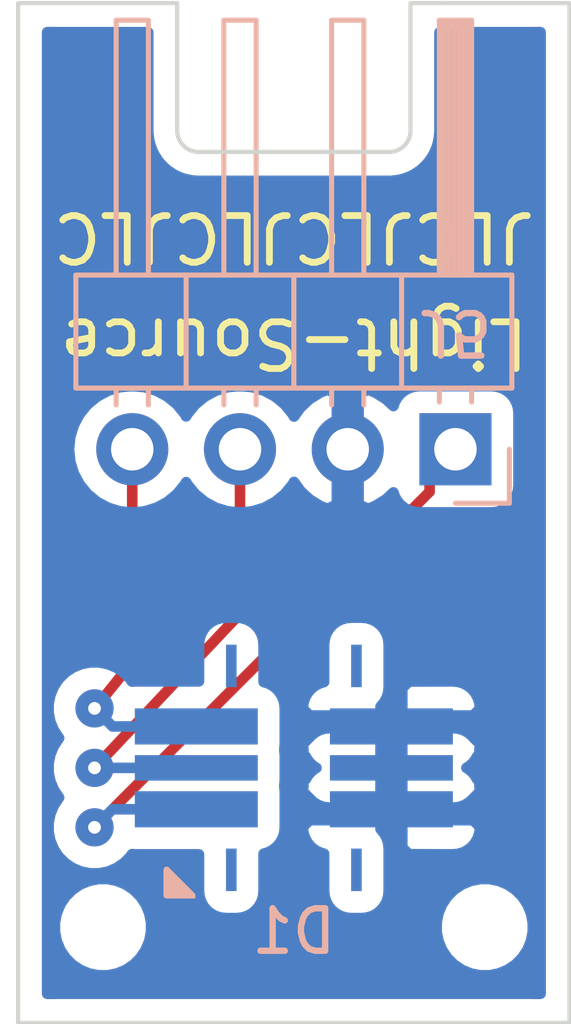
<source format=kicad_pcb>
(kicad_pcb (version 20171130) (host pcbnew 5.1.0)

  (general
    (thickness 1.6)
    (drawings 16)
    (tracks 18)
    (zones 0)
    (modules 4)
    (nets 5)
  )

  (page A4)
  (layers
    (0 F.Cu signal)
    (31 B.Cu signal)
    (32 B.Adhes user)
    (33 F.Adhes user)
    (34 B.Paste user)
    (35 F.Paste user)
    (36 B.SilkS user)
    (37 F.SilkS user)
    (38 B.Mask user)
    (39 F.Mask user)
    (40 Dwgs.User user)
    (41 Cmts.User user)
    (42 Eco1.User user)
    (43 Eco2.User user)
    (44 Edge.Cuts user)
    (45 Margin user)
    (46 B.CrtYd user)
    (47 F.CrtYd user)
    (48 B.Fab user)
    (49 F.Fab user)
  )

  (setup
    (last_trace_width 0.25)
    (trace_clearance 0.25)
    (zone_clearance 0.508)
    (zone_45_only no)
    (trace_min 0.2)
    (via_size 0.9)
    (via_drill 0.3)
    (via_min_size 0.6)
    (via_min_drill 0.3)
    (uvia_size 0.3)
    (uvia_drill 0.1)
    (uvias_allowed no)
    (uvia_min_size 0.2)
    (uvia_min_drill 0.1)
    (edge_width 0.1)
    (segment_width 0.001)
    (pcb_text_width 0.3)
    (pcb_text_size 1.5 1.5)
    (mod_edge_width 0.15)
    (mod_text_size 1 1)
    (mod_text_width 0.15)
    (pad_size 0.5 0.5)
    (pad_drill 0.5)
    (pad_to_mask_clearance 0.2)
    (solder_mask_min_width 0.2)
    (aux_axis_origin 0 0)
    (visible_elements FFFFFF7F)
    (pcbplotparams
      (layerselection 0x010f0_ffffffff)
      (usegerberextensions true)
      (usegerberattributes true)
      (usegerberadvancedattributes false)
      (creategerberjobfile false)
      (excludeedgelayer true)
      (linewidth 0.100000)
      (plotframeref false)
      (viasonmask false)
      (mode 1)
      (useauxorigin false)
      (hpglpennumber 1)
      (hpglpenspeed 20)
      (hpglpendiameter 15.000000)
      (psnegative false)
      (psa4output false)
      (plotreference true)
      (plotvalue true)
      (plotinvisibletext false)
      (padsonsilk false)
      (subtractmaskfromsilk true)
      (outputformat 1)
      (mirror false)
      (drillshape 0)
      (scaleselection 1)
      (outputdirectory "../../gerber/Module_Illumination-PLCC6/"))
  )

  (net 0 "")
  (net 1 /PLCC6_ANODE)
  (net 2 "Net-(D1-Pad1)")
  (net 3 "Net-(D1-Pad2)")
  (net 4 "Net-(D1-Pad3)")

  (net_class Default "This is the default net class."
    (clearance 0.25)
    (trace_width 0.25)
    (via_dia 0.9)
    (via_drill 0.3)
    (uvia_dia 0.3)
    (uvia_drill 0.1)
    (add_net /PLCC6_ANODE)
    (add_net "Net-(D1-Pad1)")
    (add_net "Net-(D1-Pad2)")
    (add_net "Net-(D1-Pad3)")
  )

  (net_class PWR ""
    (clearance 0.25)
    (trace_width 0.35)
    (via_dia 0.9)
    (via_drill 0.3)
    (uvia_dia 0.3)
    (uvia_drill 0.1)
  )

  (module LED-PLCC:PLCC6-3528 locked (layer B.Cu) (tedit 5C8DD894) (tstamp 5BDABF05)
    (at 117.5 150 270)
    (path /5BCFD080)
    (attr smd)
    (fp_text reference D1 (at 3.85 0 180) (layer B.SilkS)
      (effects (font (size 1 1) (thickness 0.15)) (justify mirror))
    )
    (fp_text value LED_RGB (at 0 -4.05 270) (layer B.Fab)
      (effects (font (size 1 1) (thickness 0.15)) (justify mirror))
    )
    (fp_poly (pts (xy 2.4 3) (xy 3 2.4) (xy 3 3)) (layer B.SilkS) (width 0.15))
    (pad ~ smd rect (at 2.4 -1.475 270) (size 1 0.25) (layers B.Cu B.Paste B.Mask))
    (pad ~ smd rect (at -2.4 -1.475 270) (size 1 0.25) (layers B.Cu B.Paste B.Mask))
    (pad 6 smd rect (at 0.975 -2.3 270) (size 0.85 2.9) (layers B.Cu B.Paste B.Mask)
      (net 1 /PLCC6_ANODE))
    (pad 5 smd rect (at 0 -2.3 270) (size 0.6 2.9) (layers B.Cu B.Paste B.Mask)
      (net 1 /PLCC6_ANODE))
    (pad 4 smd rect (at -0.975 -2.3 270) (size 0.85 2.9) (layers B.Cu B.Paste B.Mask)
      (net 1 /PLCC6_ANODE))
    (pad 3 smd rect (at -0.975 2.3 270) (size 0.85 2.9) (layers B.Cu B.Paste B.Mask)
      (net 4 "Net-(D1-Pad3)"))
    (pad 2 smd rect (at 0 2.3 270) (size 0.6 2.9) (layers B.Cu B.Paste B.Mask)
      (net 3 "Net-(D1-Pad2)"))
    (pad 1 smd rect (at 0.975 2.3 270) (size 0.85 2.9) (layers B.Cu B.Paste B.Mask)
      (net 2 "Net-(D1-Pad1)"))
    (pad ~ smd rect (at 2.4 1.475 270) (size 1 0.25) (layers B.Cu B.Paste B.Mask))
    (pad ~ smd rect (at -2.4 1.475 270) (size 1 0.25) (layers B.Cu B.Paste B.Mask))
  )

  (module Connector_PinHeader_2.54mm:PinHeader_1x04_P2.54mm_Horizontal locked (layer B.Cu) (tedit 5BDA6EB6) (tstamp 5BDA501C)
    (at 121.31 142.5 90)
    (descr "Through hole angled pin header, 1x04, 2.54mm pitch, 6mm pin length, single row")
    (tags "Through hole angled pin header THT 1x04 2.54mm single row")
    (path /5BD1E72E)
    (fp_text reference J5 (at 2.75 -0.01 180 unlocked) (layer B.SilkS)
      (effects (font (size 1 1) (thickness 0.15)) (justify mirror))
    )
    (fp_text value RGB_LED (at 4.385 -9.89 90) (layer B.Fab)
      (effects (font (size 1 1) (thickness 0.15)) (justify mirror))
    )
    (fp_line (start 2.135 1.27) (end 4.04 1.27) (layer B.Fab) (width 0.1))
    (fp_line (start 4.04 1.27) (end 4.04 -8.89) (layer B.Fab) (width 0.1))
    (fp_line (start 4.04 -8.89) (end 1.5 -8.89) (layer B.Fab) (width 0.1))
    (fp_line (start 1.5 -8.89) (end 1.5 0.635) (layer B.Fab) (width 0.1))
    (fp_line (start 1.5 0.635) (end 2.135 1.27) (layer B.Fab) (width 0.1))
    (fp_line (start -0.32 0.32) (end 1.5 0.32) (layer B.Fab) (width 0.1))
    (fp_line (start -0.32 0.32) (end -0.32 -0.32) (layer B.Fab) (width 0.1))
    (fp_line (start -0.32 -0.32) (end 1.5 -0.32) (layer B.Fab) (width 0.1))
    (fp_line (start 4.04 0.32) (end 10.04 0.32) (layer B.Fab) (width 0.1))
    (fp_line (start 10.04 0.32) (end 10.04 -0.32) (layer B.Fab) (width 0.1))
    (fp_line (start 4.04 -0.32) (end 10.04 -0.32) (layer B.Fab) (width 0.1))
    (fp_line (start -0.32 -2.22) (end 1.5 -2.22) (layer B.Fab) (width 0.1))
    (fp_line (start -0.32 -2.22) (end -0.32 -2.86) (layer B.Fab) (width 0.1))
    (fp_line (start -0.32 -2.86) (end 1.5 -2.86) (layer B.Fab) (width 0.1))
    (fp_line (start 4.04 -2.22) (end 10.04 -2.22) (layer B.Fab) (width 0.1))
    (fp_line (start 10.04 -2.22) (end 10.04 -2.86) (layer B.Fab) (width 0.1))
    (fp_line (start 4.04 -2.86) (end 10.04 -2.86) (layer B.Fab) (width 0.1))
    (fp_line (start -0.32 -4.76) (end 1.5 -4.76) (layer B.Fab) (width 0.1))
    (fp_line (start -0.32 -4.76) (end -0.32 -5.4) (layer B.Fab) (width 0.1))
    (fp_line (start -0.32 -5.4) (end 1.5 -5.4) (layer B.Fab) (width 0.1))
    (fp_line (start 4.04 -4.76) (end 10.04 -4.76) (layer B.Fab) (width 0.1))
    (fp_line (start 10.04 -4.76) (end 10.04 -5.4) (layer B.Fab) (width 0.1))
    (fp_line (start 4.04 -5.4) (end 10.04 -5.4) (layer B.Fab) (width 0.1))
    (fp_line (start -0.32 -7.3) (end 1.5 -7.3) (layer B.Fab) (width 0.1))
    (fp_line (start -0.32 -7.3) (end -0.32 -7.94) (layer B.Fab) (width 0.1))
    (fp_line (start -0.32 -7.94) (end 1.5 -7.94) (layer B.Fab) (width 0.1))
    (fp_line (start 4.04 -7.3) (end 10.04 -7.3) (layer B.Fab) (width 0.1))
    (fp_line (start 10.04 -7.3) (end 10.04 -7.94) (layer B.Fab) (width 0.1))
    (fp_line (start 4.04 -7.94) (end 10.04 -7.94) (layer B.Fab) (width 0.1))
    (fp_line (start 1.44 1.33) (end 1.44 -8.95) (layer B.SilkS) (width 0.12))
    (fp_line (start 1.44 -8.95) (end 4.1 -8.95) (layer B.SilkS) (width 0.12))
    (fp_line (start 4.1 -8.95) (end 4.1 1.33) (layer B.SilkS) (width 0.12))
    (fp_line (start 4.1 1.33) (end 1.44 1.33) (layer B.SilkS) (width 0.12))
    (fp_line (start 4.1 0.38) (end 10.1 0.38) (layer B.SilkS) (width 0.12))
    (fp_line (start 10.1 0.38) (end 10.1 -0.38) (layer B.SilkS) (width 0.12))
    (fp_line (start 10.1 -0.38) (end 4.1 -0.38) (layer B.SilkS) (width 0.12))
    (fp_line (start 4.1 0.32) (end 10.1 0.32) (layer B.SilkS) (width 0.12))
    (fp_line (start 4.1 0.2) (end 10.1 0.2) (layer B.SilkS) (width 0.12))
    (fp_line (start 4.1 0.08) (end 10.1 0.08) (layer B.SilkS) (width 0.12))
    (fp_line (start 4.1 -0.04) (end 10.1 -0.04) (layer B.SilkS) (width 0.12))
    (fp_line (start 4.1 -0.16) (end 10.1 -0.16) (layer B.SilkS) (width 0.12))
    (fp_line (start 4.1 -0.28) (end 10.1 -0.28) (layer B.SilkS) (width 0.12))
    (fp_line (start 1.11 0.38) (end 1.44 0.38) (layer B.SilkS) (width 0.12))
    (fp_line (start 1.11 -0.38) (end 1.44 -0.38) (layer B.SilkS) (width 0.12))
    (fp_line (start 1.44 -1.27) (end 4.1 -1.27) (layer B.SilkS) (width 0.12))
    (fp_line (start 4.1 -2.16) (end 10.1 -2.16) (layer B.SilkS) (width 0.12))
    (fp_line (start 10.1 -2.16) (end 10.1 -2.92) (layer B.SilkS) (width 0.12))
    (fp_line (start 10.1 -2.92) (end 4.1 -2.92) (layer B.SilkS) (width 0.12))
    (fp_line (start 1.042929 -2.16) (end 1.44 -2.16) (layer B.SilkS) (width 0.12))
    (fp_line (start 1.042929 -2.92) (end 1.44 -2.92) (layer B.SilkS) (width 0.12))
    (fp_line (start 1.44 -3.81) (end 4.1 -3.81) (layer B.SilkS) (width 0.12))
    (fp_line (start 4.1 -4.7) (end 10.1 -4.7) (layer B.SilkS) (width 0.12))
    (fp_line (start 10.1 -4.7) (end 10.1 -5.46) (layer B.SilkS) (width 0.12))
    (fp_line (start 10.1 -5.46) (end 4.1 -5.46) (layer B.SilkS) (width 0.12))
    (fp_line (start 1.042929 -4.7) (end 1.44 -4.7) (layer B.SilkS) (width 0.12))
    (fp_line (start 1.042929 -5.46) (end 1.44 -5.46) (layer B.SilkS) (width 0.12))
    (fp_line (start 1.44 -6.35) (end 4.1 -6.35) (layer B.SilkS) (width 0.12))
    (fp_line (start 4.1 -7.24) (end 10.1 -7.24) (layer B.SilkS) (width 0.12))
    (fp_line (start 10.1 -7.24) (end 10.1 -8) (layer B.SilkS) (width 0.12))
    (fp_line (start 10.1 -8) (end 4.1 -8) (layer B.SilkS) (width 0.12))
    (fp_line (start 1.042929 -7.24) (end 1.44 -7.24) (layer B.SilkS) (width 0.12))
    (fp_line (start 1.042929 -8) (end 1.44 -8) (layer B.SilkS) (width 0.12))
    (fp_line (start -1.27 0) (end -1.27 1.27) (layer B.SilkS) (width 0.12))
    (fp_line (start -1.27 1.27) (end 0 1.27) (layer B.SilkS) (width 0.12))
    (fp_line (start -1.8 1.8) (end -1.8 -9.4) (layer B.CrtYd) (width 0.05))
    (fp_line (start -1.8 -9.4) (end 10.55 -9.4) (layer B.CrtYd) (width 0.05))
    (fp_line (start 10.55 -9.4) (end 10.55 1.8) (layer B.CrtYd) (width 0.05))
    (fp_line (start 10.55 1.8) (end -1.8 1.8) (layer B.CrtYd) (width 0.05))
    (fp_text user %R (at 2.77 -3.81) (layer B.Fab)
      (effects (font (size 1 1) (thickness 0.15)) (justify mirror))
    )
    (pad 1 thru_hole rect (at 0 0 90) (size 1.7 1.7) (drill 1) (layers *.Cu *.Mask)
      (net 2 "Net-(D1-Pad1)"))
    (pad 2 thru_hole oval (at 0 -2.54 90) (size 1.7 1.7) (drill 1) (layers *.Cu *.Mask)
      (net 1 /PLCC6_ANODE))
    (pad 3 thru_hole oval (at 0 -5.08 90) (size 1.7 1.7) (drill 1) (layers *.Cu *.Mask)
      (net 3 "Net-(D1-Pad2)"))
    (pad 4 thru_hole oval (at 0 -7.62 90) (size 1.7 1.7) (drill 1) (layers *.Cu *.Mask)
      (net 4 "Net-(D1-Pad3)"))
    (model ${KISYS3DMOD}/Connector_PinHeader_2.54mm.3dshapes/PinHeader_1x04_P2.54mm_Horizontal.wrl
      (at (xyz 0 0 0))
      (scale (xyz 1 1 1))
      (rotate (xyz 0 0 0))
    )
  )

  (module Drill:Drill_1.0mm (layer F.Cu) (tedit 5BDA5D27) (tstamp 5BDA5D07)
    (at 113 153.75)
    (path /5BDAEAF9)
    (fp_text reference H1 (at 0 1.2065) (layer F.SilkS) hide
      (effects (font (size 1 1) (thickness 0.15)))
    )
    (fp_text value RecoveryHole (at 0 -1.016) (layer F.Fab) hide
      (effects (font (size 1 1) (thickness 0.15)))
    )
    (pad "" np_thru_hole circle (at 0 0) (size 1 1) (drill 1) (layers *.Cu *.Mask)
      (solder_mask_margin 0.0001) (clearance 0.25))
  )

  (module Drill:Drill_1.0mm (layer F.Cu) (tedit 5BDA5D36) (tstamp 5BDA5D0C)
    (at 122 153.75)
    (path /5BDAEDD8)
    (fp_text reference H2 (at 0 1.2065) (layer F.SilkS) hide
      (effects (font (size 1 1) (thickness 0.15)))
    )
    (fp_text value RecoveryHole (at 0 -1.016) (layer F.Fab) hide
      (effects (font (size 1 1) (thickness 0.15)))
    )
    (pad "" np_thru_hole circle (at 0 0) (size 1 1) (drill 1) (layers *.Cu *.Mask)
      (solder_mask_margin 0.0001) (clearance 0.25))
  )

  (gr_text JLCJLCJLCJLC (at 117.5 137.5 180) (layer F.SilkS)
    (effects (font (size 1.1 1.1) (thickness 0.16)))
  )
  (gr_line (start 113.725 156) (end 121.275 156) (layer Edge.Cuts) (width 0.1) (tstamp 5CAA7066))
  (gr_line (start 119.75 135.5) (end 115.25 135.5) (layer Edge.Cuts) (width 0.1))
  (gr_line (start 120.25 132) (end 121 132) (layer Edge.Cuts) (width 0.1))
  (gr_line (start 114 132) (end 114.75 132) (layer Edge.Cuts) (width 0.1))
  (gr_text Light-Source (at 117.5 140 180) (layer F.SilkS) (tstamp 5BDA810E)
    (effects (font (size 1.1 1.1) (thickness 0.16)))
  )
  (gr_line (start 111 132) (end 111 156) (layer Edge.Cuts) (width 0.1))
  (gr_line (start 114.75 135) (end 114.75 132) (layer Edge.Cuts) (width 0.1))
  (gr_line (start 120.25 132) (end 120.25 135) (layer Edge.Cuts) (width 0.1))
  (gr_line (start 124 156) (end 124 132) (layer Edge.Cuts) (width 0.1))
  (gr_arc (start 115.25 135) (end 114.75 135) (angle -90) (layer Edge.Cuts) (width 0.1) (tstamp 5BD381E0))
  (gr_arc (start 119.75 135) (end 119.75 135.5) (angle -90) (layer Edge.Cuts) (width 0.1))
  (gr_line (start 124 156) (end 121.275 156) (layer Edge.Cuts) (width 0.1))
  (gr_line (start 111 156) (end 113.725 156) (layer Edge.Cuts) (width 0.1))
  (gr_line (start 114 132) (end 111 132) (angle 90) (layer Edge.Cuts) (width 0.1))
  (gr_line (start 121 132) (end 124 132) (angle 90) (layer Edge.Cuts) (width 0.1))

  (via (at 112.8 151.4) (size 0.9) (drill 0.3) (layers F.Cu B.Cu) (net 2))
  (segment (start 112.8 151.4) (end 113.225 150.975) (width 0.25) (layer B.Cu) (net 2))
  (segment (start 113.225 150.975) (end 115.2 150.975) (width 0.25) (layer B.Cu) (net 2) (tstamp 5BDA54BE) (status 800000))
  (segment (start 120.7 143.11) (end 121.31 142.5) (width 0.25) (layer F.Cu) (net 2))
  (segment (start 112.8 151.4) (end 120.7 143.5) (width 0.25) (layer F.Cu) (net 2))
  (segment (start 120.7 143.5) (end 120.7 143.11) (width 0.25) (layer F.Cu) (net 2))
  (segment (start 115.2 150) (end 112.8 150) (width 0.25) (layer B.Cu) (net 3) (status 400000))
  (via (at 112.8 150) (size 0.9) (drill 0.3) (layers F.Cu B.Cu) (net 3))
  (segment (start 112.8 150) (end 116.23 146.37) (width 0.25) (layer F.Cu) (net 3))
  (segment (start 116.23 146.37) (end 116.23 143.5) (width 0.25) (layer F.Cu) (net 3) (tstamp 5BDA5272) (status 800000))
  (segment (start 116.23 143.5) (end 116.23 142.5) (width 0.25) (layer F.Cu) (net 3))
  (segment (start 112.8 148.6) (end 112.85 148.55) (width 0.25) (layer F.Cu) (net 4) (tstamp 5BD5006F))
  (via (at 112.8 148.6) (size 0.9) (drill 0.3) (layers F.Cu B.Cu) (net 4))
  (segment (start 112.85 148.55) (end 113.69 147.51) (width 0.25) (layer F.Cu) (net 4))
  (segment (start 113.69 147.51) (end 113.69 143.5) (width 0.25) (layer F.Cu) (net 4) (tstamp 5BDA526D) (status 800000))
  (segment (start 112.8 148.6) (end 113.225 149.025) (width 0.25) (layer B.Cu) (net 4))
  (segment (start 113.225 149.025) (end 115.2 149.025) (width 0.25) (layer B.Cu) (net 4) (tstamp 5BDA54C1) (status 800000))
  (segment (start 113.69 143.5) (end 113.69 142.5) (width 0.25) (layer F.Cu) (net 4))

  (zone (net 1) (net_name /PLCC6_ANODE) (layer B.Cu) (tstamp 5CAA7CB1) (hatch edge 0.508)
    (connect_pads (clearance 0.508))
    (min_thickness 0.254)
    (fill yes (arc_segments 16) (thermal_gap 0.508) (thermal_bridge_width 0.762))
    (polygon
      (pts
        (xy 124 156) (xy 111 156) (xy 111 132) (xy 124 132)
      )
    )
    (filled_polygon
      (pts
        (xy 114.065 135.033646) (xy 114.067852 135.0626) (xy 114.067831 135.065573) (xy 114.068764 135.075092) (xy 114.073824 135.123233)
        (xy 114.074912 135.134282) (xy 114.075024 135.13465) (xy 114.078964 135.17214) (xy 114.091455 135.23299) (xy 114.103082 135.293942)
        (xy 114.105845 135.303096) (xy 114.105847 135.303102) (xy 114.134702 135.396317) (xy 114.158754 135.453533) (xy 114.18202 135.511119)
        (xy 114.18651 135.519564) (xy 114.232923 135.605401) (xy 114.267638 135.656867) (xy 114.301636 135.708821) (xy 114.30768 135.716232)
        (xy 114.369882 135.791421) (xy 114.41393 135.835162) (xy 114.457369 135.879522) (xy 114.464739 135.885618) (xy 114.464744 135.885623)
        (xy 114.46475 135.885627) (xy 114.54036 135.947294) (xy 114.592041 135.981632) (xy 114.643306 136.016733) (xy 114.651719 136.021282)
        (xy 114.73788 136.067094) (xy 114.795296 136.090758) (xy 114.852339 136.115208) (xy 114.861475 136.118036) (xy 114.954893 136.146241)
        (xy 115.015813 136.158303) (xy 115.07653 136.171209) (xy 115.086042 136.172209) (xy 115.183159 136.181731) (xy 115.183163 136.181731)
        (xy 115.216353 136.185) (xy 119.783647 136.185) (xy 119.812601 136.182148) (xy 119.815573 136.182169) (xy 119.825092 136.181236)
        (xy 119.873218 136.176178) (xy 119.884283 136.175088) (xy 119.884652 136.174976) (xy 119.92214 136.171036) (xy 119.98299 136.158545)
        (xy 120.043942 136.146918) (xy 120.053096 136.144155) (xy 120.053102 136.144153) (xy 120.146317 136.115298) (xy 120.203533 136.091246)
        (xy 120.261119 136.06798) (xy 120.269564 136.06349) (xy 120.355401 136.017077) (xy 120.406867 135.982362) (xy 120.458821 135.948364)
        (xy 120.466232 135.94232) (xy 120.541421 135.880118) (xy 120.585162 135.83607) (xy 120.629522 135.792631) (xy 120.635618 135.785261)
        (xy 120.635623 135.785256) (xy 120.635627 135.78525) (xy 120.697294 135.70964) (xy 120.731632 135.657959) (xy 120.766733 135.606694)
        (xy 120.771282 135.598281) (xy 120.817094 135.51212) (xy 120.840758 135.454704) (xy 120.865208 135.397661) (xy 120.868036 135.388525)
        (xy 120.896241 135.295107) (xy 120.908303 135.234187) (xy 120.921209 135.17347) (xy 120.922209 135.163958) (xy 120.931731 135.066841)
        (xy 120.931731 135.066837) (xy 120.935 135.033647) (xy 120.935 132.685) (xy 123.315001 132.685) (xy 123.315 155.315)
        (xy 111.685 155.315) (xy 111.685 153.638212) (xy 111.865 153.638212) (xy 111.865 153.861788) (xy 111.908617 154.081067)
        (xy 111.994176 154.287624) (xy 112.118388 154.47352) (xy 112.27648 154.631612) (xy 112.462376 154.755824) (xy 112.668933 154.841383)
        (xy 112.888212 154.885) (xy 113.111788 154.885) (xy 113.331067 154.841383) (xy 113.537624 154.755824) (xy 113.72352 154.631612)
        (xy 113.881612 154.47352) (xy 114.005824 154.287624) (xy 114.091383 154.081067) (xy 114.135 153.861788) (xy 114.135 153.638212)
        (xy 120.865 153.638212) (xy 120.865 153.861788) (xy 120.908617 154.081067) (xy 120.994176 154.287624) (xy 121.118388 154.47352)
        (xy 121.27648 154.631612) (xy 121.462376 154.755824) (xy 121.668933 154.841383) (xy 121.888212 154.885) (xy 122.111788 154.885)
        (xy 122.331067 154.841383) (xy 122.537624 154.755824) (xy 122.72352 154.631612) (xy 122.881612 154.47352) (xy 123.005824 154.287624)
        (xy 123.091383 154.081067) (xy 123.135 153.861788) (xy 123.135 153.638212) (xy 123.091383 153.418933) (xy 123.005824 153.212376)
        (xy 122.881612 153.02648) (xy 122.72352 152.868388) (xy 122.537624 152.744176) (xy 122.331067 152.658617) (xy 122.111788 152.615)
        (xy 121.888212 152.615) (xy 121.668933 152.658617) (xy 121.462376 152.744176) (xy 121.27648 152.868388) (xy 121.118388 153.02648)
        (xy 120.994176 153.212376) (xy 120.908617 153.418933) (xy 120.865 153.638212) (xy 114.135 153.638212) (xy 114.091383 153.418933)
        (xy 114.005824 153.212376) (xy 113.881612 153.02648) (xy 113.72352 152.868388) (xy 113.537624 152.744176) (xy 113.331067 152.658617)
        (xy 113.111788 152.615) (xy 112.888212 152.615) (xy 112.668933 152.658617) (xy 112.462376 152.744176) (xy 112.27648 152.868388)
        (xy 112.118388 153.02648) (xy 111.994176 153.212376) (xy 111.908617 153.418933) (xy 111.865 153.638212) (xy 111.685 153.638212)
        (xy 111.685 148.493137) (xy 111.715 148.493137) (xy 111.715 148.706863) (xy 111.756696 148.916483) (xy 111.838485 149.11394)
        (xy 111.957225 149.291647) (xy 111.965578 149.3) (xy 111.957225 149.308353) (xy 111.838485 149.48606) (xy 111.756696 149.683517)
        (xy 111.715 149.893137) (xy 111.715 150.106863) (xy 111.756696 150.316483) (xy 111.838485 150.51394) (xy 111.957225 150.691647)
        (xy 111.965578 150.7) (xy 111.957225 150.708353) (xy 111.838485 150.88606) (xy 111.756696 151.083517) (xy 111.715 151.293137)
        (xy 111.715 151.506863) (xy 111.756696 151.716483) (xy 111.838485 151.91394) (xy 111.957225 152.091647) (xy 112.108353 152.242775)
        (xy 112.28606 152.361515) (xy 112.483517 152.443304) (xy 112.693137 152.485) (xy 112.906863 152.485) (xy 113.116483 152.443304)
        (xy 113.31394 152.361515) (xy 113.491647 152.242775) (xy 113.642775 152.091647) (xy 113.682983 152.031472) (xy 113.75 152.038072)
        (xy 115.261928 152.038072) (xy 115.261928 152.9) (xy 115.274188 153.024482) (xy 115.310498 153.14418) (xy 115.369463 153.254494)
        (xy 115.448815 153.351185) (xy 115.545506 153.430537) (xy 115.65582 153.489502) (xy 115.775518 153.525812) (xy 115.9 153.538072)
        (xy 116.15 153.538072) (xy 116.274482 153.525812) (xy 116.39418 153.489502) (xy 116.504494 153.430537) (xy 116.601185 153.351185)
        (xy 116.680537 153.254494) (xy 116.739502 153.14418) (xy 116.775812 153.024482) (xy 116.788072 152.9) (xy 116.788072 152.02169)
        (xy 116.89418 151.989502) (xy 117.004494 151.930537) (xy 117.101185 151.851185) (xy 117.180537 151.754494) (xy 117.239502 151.64418)
        (xy 117.275812 151.524482) (xy 117.288072 151.4) (xy 117.711928 151.4) (xy 117.724188 151.524482) (xy 117.760498 151.64418)
        (xy 117.819463 151.754494) (xy 117.898815 151.851185) (xy 117.995506 151.930537) (xy 118.10582 151.989502) (xy 118.211928 152.02169)
        (xy 118.211928 152.9) (xy 118.224188 153.024482) (xy 118.260498 153.14418) (xy 118.319463 153.254494) (xy 118.398815 153.351185)
        (xy 118.495506 153.430537) (xy 118.60582 153.489502) (xy 118.725518 153.525812) (xy 118.85 153.538072) (xy 119.1 153.538072)
        (xy 119.224482 153.525812) (xy 119.34418 153.489502) (xy 119.454494 153.430537) (xy 119.551185 153.351185) (xy 119.630537 153.254494)
        (xy 119.689502 153.14418) (xy 119.725812 153.024482) (xy 119.738072 152.9) (xy 119.738072 151.9) (xy 119.725812 151.775518)
        (xy 119.689502 151.65582) (xy 119.630537 151.545506) (xy 119.551185 151.448815) (xy 119.546 151.44456) (xy 119.546 151.229)
        (xy 120.054 151.229) (xy 120.054 151.87625) (xy 120.21275 152.035) (xy 121.25 152.038072) (xy 121.374482 152.025812)
        (xy 121.49418 151.989502) (xy 121.604494 151.930537) (xy 121.701185 151.851185) (xy 121.780537 151.754494) (xy 121.839502 151.64418)
        (xy 121.875812 151.524482) (xy 121.888072 151.4) (xy 121.885 151.38775) (xy 121.72625 151.229) (xy 120.054 151.229)
        (xy 119.546 151.229) (xy 117.87375 151.229) (xy 117.715 151.38775) (xy 117.711928 151.4) (xy 117.288072 151.4)
        (xy 117.288072 150.55) (xy 117.275812 150.425518) (xy 117.275655 150.425) (xy 117.275812 150.424482) (xy 117.288072 150.3)
        (xy 117.288072 149.7) (xy 117.275812 149.575518) (xy 117.275655 149.575) (xy 117.275812 149.574482) (xy 117.288072 149.45)
        (xy 117.711928 149.45) (xy 117.724188 149.574482) (xy 117.72468 149.576105) (xy 117.715 149.66825) (xy 117.782968 149.736218)
        (xy 117.819463 149.804494) (xy 117.898815 149.901185) (xy 117.995506 149.980537) (xy 118.031918 150) (xy 117.995506 150.019463)
        (xy 117.898815 150.098815) (xy 117.819463 150.195506) (xy 117.782968 150.263782) (xy 117.715 150.33175) (xy 117.72468 150.423895)
        (xy 117.724188 150.425518) (xy 117.711928 150.55) (xy 117.715 150.56225) (xy 117.87375 150.721) (xy 117.874284 150.721)
        (xy 117.902885 150.755219) (xy 118.000285 150.8337) (xy 118.111125 150.891671) (xy 118.231144 150.926904) (xy 118.355731 150.938046)
        (xy 119.38725 150.935) (xy 119.546 150.77625) (xy 119.546 150.07375) (xy 119.47225 150) (xy 119.546 149.92625)
        (xy 119.546 149.22375) (xy 120.054 149.22375) (xy 120.054 149.92625) (xy 120.12775 150) (xy 120.054 150.07375)
        (xy 120.054 150.77625) (xy 120.21275 150.935) (xy 121.244269 150.938046) (xy 121.368856 150.926904) (xy 121.488875 150.891671)
        (xy 121.599715 150.8337) (xy 121.697115 150.755219) (xy 121.725716 150.721) (xy 121.72625 150.721) (xy 121.885 150.56225)
        (xy 121.888072 150.55) (xy 121.875812 150.425518) (xy 121.87532 150.423895) (xy 121.885 150.33175) (xy 121.817032 150.263782)
        (xy 121.780537 150.195506) (xy 121.701185 150.098815) (xy 121.604494 150.019463) (xy 121.568082 150) (xy 121.604494 149.980537)
        (xy 121.701185 149.901185) (xy 121.780537 149.804494) (xy 121.817032 149.736218) (xy 121.885 149.66825) (xy 121.87532 149.576105)
        (xy 121.875812 149.574482) (xy 121.888072 149.45) (xy 121.885 149.43775) (xy 121.72625 149.279) (xy 121.725716 149.279)
        (xy 121.697115 149.244781) (xy 121.599715 149.1663) (xy 121.488875 149.108329) (xy 121.368856 149.073096) (xy 121.244269 149.061954)
        (xy 120.21275 149.065) (xy 120.054 149.22375) (xy 119.546 149.22375) (xy 119.38725 149.065) (xy 118.355731 149.061954)
        (xy 118.231144 149.073096) (xy 118.111125 149.108329) (xy 118.000285 149.1663) (xy 117.902885 149.244781) (xy 117.874284 149.279)
        (xy 117.87375 149.279) (xy 117.715 149.43775) (xy 117.711928 149.45) (xy 117.288072 149.45) (xy 117.288072 148.6)
        (xy 117.711928 148.6) (xy 117.715 148.61225) (xy 117.87375 148.771) (xy 119.546 148.771) (xy 119.546 148.55544)
        (xy 119.551185 148.551185) (xy 119.630537 148.454494) (xy 119.689502 148.34418) (xy 119.725812 148.224482) (xy 119.735732 148.12375)
        (xy 120.054 148.12375) (xy 120.054 148.771) (xy 121.72625 148.771) (xy 121.885 148.61225) (xy 121.888072 148.6)
        (xy 121.875812 148.475518) (xy 121.839502 148.35582) (xy 121.780537 148.245506) (xy 121.701185 148.148815) (xy 121.604494 148.069463)
        (xy 121.49418 148.010498) (xy 121.374482 147.974188) (xy 121.25 147.961928) (xy 120.21275 147.965) (xy 120.054 148.12375)
        (xy 119.735732 148.12375) (xy 119.738072 148.1) (xy 119.738072 147.1) (xy 119.725812 146.975518) (xy 119.689502 146.85582)
        (xy 119.630537 146.745506) (xy 119.551185 146.648815) (xy 119.454494 146.569463) (xy 119.34418 146.510498) (xy 119.224482 146.474188)
        (xy 119.1 146.461928) (xy 118.85 146.461928) (xy 118.725518 146.474188) (xy 118.60582 146.510498) (xy 118.495506 146.569463)
        (xy 118.398815 146.648815) (xy 118.319463 146.745506) (xy 118.260498 146.85582) (xy 118.224188 146.975518) (xy 118.211928 147.1)
        (xy 118.211928 147.97831) (xy 118.10582 148.010498) (xy 117.995506 148.069463) (xy 117.898815 148.148815) (xy 117.819463 148.245506)
        (xy 117.760498 148.35582) (xy 117.724188 148.475518) (xy 117.711928 148.6) (xy 117.288072 148.6) (xy 117.275812 148.475518)
        (xy 117.239502 148.35582) (xy 117.180537 148.245506) (xy 117.101185 148.148815) (xy 117.004494 148.069463) (xy 116.89418 148.010498)
        (xy 116.788072 147.97831) (xy 116.788072 147.1) (xy 116.775812 146.975518) (xy 116.739502 146.85582) (xy 116.680537 146.745506)
        (xy 116.601185 146.648815) (xy 116.504494 146.569463) (xy 116.39418 146.510498) (xy 116.274482 146.474188) (xy 116.15 146.461928)
        (xy 115.9 146.461928) (xy 115.775518 146.474188) (xy 115.65582 146.510498) (xy 115.545506 146.569463) (xy 115.448815 146.648815)
        (xy 115.369463 146.745506) (xy 115.310498 146.85582) (xy 115.274188 146.975518) (xy 115.261928 147.1) (xy 115.261928 147.961928)
        (xy 113.75 147.961928) (xy 113.682983 147.968528) (xy 113.642775 147.908353) (xy 113.491647 147.757225) (xy 113.31394 147.638485)
        (xy 113.116483 147.556696) (xy 112.906863 147.515) (xy 112.693137 147.515) (xy 112.483517 147.556696) (xy 112.28606 147.638485)
        (xy 112.108353 147.757225) (xy 111.957225 147.908353) (xy 111.838485 148.08606) (xy 111.756696 148.283517) (xy 111.715 148.493137)
        (xy 111.685 148.493137) (xy 111.685 142.5) (xy 112.197815 142.5) (xy 112.226487 142.791111) (xy 112.311401 143.071034)
        (xy 112.449294 143.329014) (xy 112.634866 143.555134) (xy 112.860986 143.740706) (xy 113.118966 143.878599) (xy 113.398889 143.963513)
        (xy 113.61705 143.985) (xy 113.76295 143.985) (xy 113.981111 143.963513) (xy 114.261034 143.878599) (xy 114.519014 143.740706)
        (xy 114.745134 143.555134) (xy 114.930706 143.329014) (xy 114.96 143.274209) (xy 114.989294 143.329014) (xy 115.174866 143.555134)
        (xy 115.400986 143.740706) (xy 115.658966 143.878599) (xy 115.938889 143.963513) (xy 116.15705 143.985) (xy 116.30295 143.985)
        (xy 116.521111 143.963513) (xy 116.801034 143.878599) (xy 117.059014 143.740706) (xy 117.285134 143.555134) (xy 117.470706 143.329014)
        (xy 117.502744 143.269076) (xy 117.655195 143.481051) (xy 117.868009 143.679688) (xy 118.115486 143.83299) (xy 118.290245 143.905368)
        (xy 118.516 143.8017) (xy 118.516 142.754) (xy 118.496 142.754) (xy 118.496 142.246) (xy 118.516 142.246)
        (xy 118.516 141.1983) (xy 119.024 141.1983) (xy 119.024 142.246) (xy 119.044 142.246) (xy 119.044 142.754)
        (xy 119.024 142.754) (xy 119.024 143.8017) (xy 119.249755 143.905368) (xy 119.424514 143.83299) (xy 119.671991 143.679688)
        (xy 119.84691 143.516421) (xy 119.870498 143.59418) (xy 119.929463 143.704494) (xy 120.008815 143.801185) (xy 120.105506 143.880537)
        (xy 120.21582 143.939502) (xy 120.335518 143.975812) (xy 120.46 143.988072) (xy 122.16 143.988072) (xy 122.284482 143.975812)
        (xy 122.40418 143.939502) (xy 122.514494 143.880537) (xy 122.611185 143.801185) (xy 122.690537 143.704494) (xy 122.749502 143.59418)
        (xy 122.785812 143.474482) (xy 122.798072 143.35) (xy 122.798072 141.65) (xy 122.785812 141.525518) (xy 122.749502 141.40582)
        (xy 122.690537 141.295506) (xy 122.611185 141.198815) (xy 122.514494 141.119463) (xy 122.40418 141.060498) (xy 122.284482 141.024188)
        (xy 122.16 141.011928) (xy 120.46 141.011928) (xy 120.335518 141.024188) (xy 120.21582 141.060498) (xy 120.105506 141.119463)
        (xy 120.008815 141.198815) (xy 119.929463 141.295506) (xy 119.870498 141.40582) (xy 119.84691 141.483579) (xy 119.671991 141.320312)
        (xy 119.424514 141.16701) (xy 119.249755 141.094632) (xy 119.024 141.1983) (xy 118.516 141.1983) (xy 118.290245 141.094632)
        (xy 118.115486 141.16701) (xy 117.868009 141.320312) (xy 117.655195 141.518949) (xy 117.502744 141.730924) (xy 117.470706 141.670986)
        (xy 117.285134 141.444866) (xy 117.059014 141.259294) (xy 116.801034 141.121401) (xy 116.521111 141.036487) (xy 116.30295 141.015)
        (xy 116.15705 141.015) (xy 115.938889 141.036487) (xy 115.658966 141.121401) (xy 115.400986 141.259294) (xy 115.174866 141.444866)
        (xy 114.989294 141.670986) (xy 114.96 141.725791) (xy 114.930706 141.670986) (xy 114.745134 141.444866) (xy 114.519014 141.259294)
        (xy 114.261034 141.121401) (xy 113.981111 141.036487) (xy 113.76295 141.015) (xy 113.61705 141.015) (xy 113.398889 141.036487)
        (xy 113.118966 141.121401) (xy 112.860986 141.259294) (xy 112.634866 141.444866) (xy 112.449294 141.670986) (xy 112.311401 141.928966)
        (xy 112.226487 142.208889) (xy 112.197815 142.5) (xy 111.685 142.5) (xy 111.685 132.685) (xy 114.065001 132.685)
      )
    )
  )
  (zone (net 0) (net_name "") (layer F.Cu) (tstamp 5CAA7CAE) (hatch edge 0.508)
    (connect_pads (clearance 0.508))
    (min_thickness 0.254)
    (fill yes (arc_segments 16) (thermal_gap 0.508) (thermal_bridge_width 0.508))
    (polygon
      (pts
        (xy 111 156) (xy 111 132) (xy 112 132) (xy 112 156)
      )
    )
    (filled_polygon
      (pts
        (xy 111.873 148.034405) (xy 111.838485 148.08606) (xy 111.756696 148.283517) (xy 111.715 148.493137) (xy 111.715 148.706863)
        (xy 111.756696 148.916483) (xy 111.838485 149.11394) (xy 111.873 149.165595) (xy 111.873 149.434405) (xy 111.838485 149.48606)
        (xy 111.756696 149.683517) (xy 111.715 149.893137) (xy 111.715 150.106863) (xy 111.756696 150.316483) (xy 111.838485 150.51394)
        (xy 111.873 150.565595) (xy 111.873 150.834405) (xy 111.838485 150.88606) (xy 111.756696 151.083517) (xy 111.715 151.293137)
        (xy 111.715 151.506863) (xy 111.756696 151.716483) (xy 111.838485 151.91394) (xy 111.873 151.965595) (xy 111.873 153.597993)
        (xy 111.865 153.638212) (xy 111.865 153.861788) (xy 111.873 153.902007) (xy 111.873 155.315) (xy 111.685 155.315)
        (xy 111.685 132.685) (xy 111.873 132.685)
      )
    )
  )
  (zone (net 0) (net_name "") (layer F.Cu) (tstamp 5CAA7CAB) (hatch edge 0.508)
    (connect_pads (clearance 0.508))
    (min_thickness 0.254)
    (fill yes (arc_segments 16) (thermal_gap 0.508) (thermal_bridge_width 0.508))
    (polygon
      (pts
        (xy 123 156) (xy 123 132) (xy 124 132) (xy 124 156)
      )
    )
    (filled_polygon
      (pts
        (xy 123.315 155.315) (xy 123.127 155.315) (xy 123.127 153.902007) (xy 123.135 153.861788) (xy 123.135 153.638212)
        (xy 123.127 153.597993) (xy 123.127 132.685) (xy 123.315001 132.685)
      )
    )
  )
)

</source>
